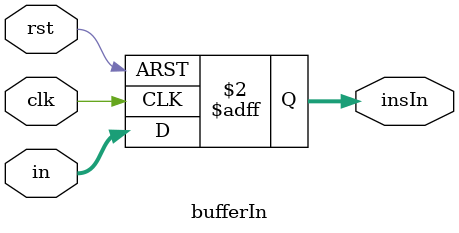
<source format=v>

module bufexcp(
	input clk,
	input rst,
	input[15:0] in,
	
	output reg[15:0] out
);

always@(posedge clk or posedge rst)
	if(rst) out <= 0;
	else out <= in;
	

endmodule
module inselector(
	input clk,
	input rst,
	
	input insel,
	input[15:0] insIn1,
	input[15:0] insIn2,
	
	input saveExcp,
	input[15:0] timeIn,
	
	output reg[15:0] insIn
);

reg[15:0] f_insIn;

always@(posedge clk or posedge rst)begin
	if(rst)begin
		f_insIn <= 0;
	end else
	begin
		f_insIn <= insIn;
	end
end

always@(*) begin

	insIn = f_insIn;
	
	if(insel) insIn = insIn2;
	else insIn = insIn1;
end

endmodule

module bufferIn(
	input clk,
	input rst,
	input[15:0] in,
	
	output reg[15:0] insIn
	
);


always@(posedge clk or posedge rst)
	if(rst) insIn <=0 ;
	else insIn <= in;



endmodule

</source>
